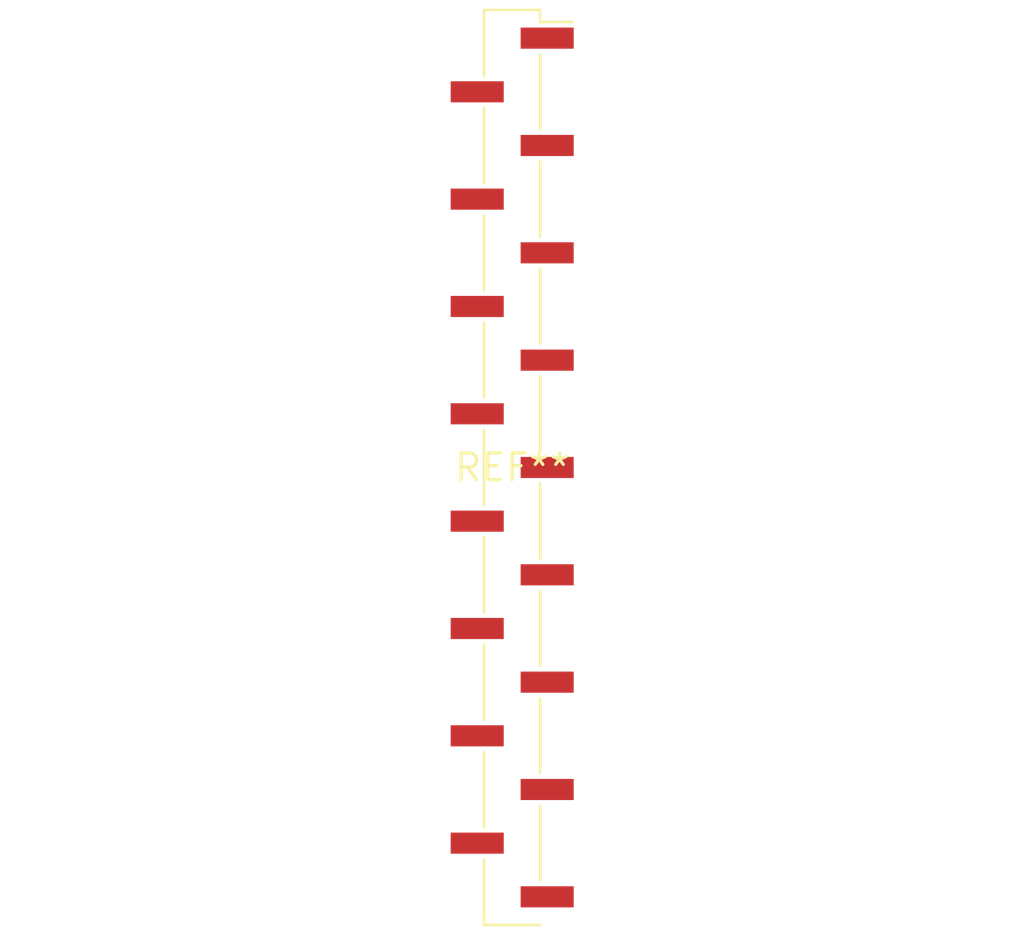
<source format=kicad_pcb>
(kicad_pcb (version 20240108) (generator pcbnew)
  (layers (0 "F.Cu" signal) (31 "B.Cu" signal) (34 "B.Paste" user) (35 "F.Paste" user) (36 "B.SilkS" user "B.Silkscreen") (37 "F.SilkS" user "F.Silkscreen") (38 "B.Mask" user) (39 "F.Mask" user) (44 "Edge.Cuts" user))
  (net 0 "")
  (footprint "PinHeader_1x17_P2.54mm_Vertical_SMD_Pin1Right" (layer "F.Cu") (at 0 0)
    (property "Reference" "REF**")
    (property "Value" "PinHeader_1x17_P2.54mm_Vertical_SMD_Pin1Right")
    (fp_line (start -1.33 -21.65) (end -1.33 -18.54) (layer "F.SilkS") (stroke (width 0.12)))
    (fp_line (start -1.33 -21.65) (end 1.33 -21.65) (layer "F.SilkS") (stroke (width 0.12)))
    (fp_line (start -1.33 -17.02) (end -1.33 -13.46) (layer "F.SilkS") (stroke (width 0.12)))
    (fp_line (start -1.33 -11.94) (end -1.33 -8.38) (layer "F.SilkS") (stroke (width 0.12)))
    (fp_line (start -1.33 -6.86) (end -1.33 -3.3) (layer "F.SilkS") (stroke (width 0.12)))
    (fp_line (start -1.33 -1.78) (end -1.33 1.78) (layer "F.SilkS") (stroke (width 0.12)))
    (fp_line (start -1.33 3.3) (end -1.33 6.86) (layer "F.SilkS") (stroke (width 0.12)))
    (fp_line (start -1.33 8.38) (end -1.33 11.94) (layer "F.SilkS") (stroke (width 0.12)))
    (fp_line (start -1.33 13.46) (end -1.33 17.02) (layer "F.SilkS") (stroke (width 0.12)))
    (fp_line (start -1.33 18.54) (end -1.33 21.65) (layer "F.SilkS") (stroke (width 0.12)))
    (fp_line (start -1.33 21.08) (end -1.33 21.65) (layer "F.SilkS") (stroke (width 0.12)))
    (fp_line (start -1.33 21.65) (end 1.33 21.65) (layer "F.SilkS") (stroke (width 0.12)))
    (fp_line (start 1.33 -21.65) (end 1.33 -21.08) (layer "F.SilkS") (stroke (width 0.12)))
    (fp_line (start 1.33 -21.08) (end 2.85 -21.08) (layer "F.SilkS") (stroke (width 0.12)))
    (fp_line (start 1.33 -19.56) (end 1.33 -16) (layer "F.SilkS") (stroke (width 0.12)))
    (fp_line (start 1.33 -14.48) (end 1.33 -10.92) (layer "F.SilkS") (stroke (width 0.12)))
    (fp_line (start 1.33 -9.4) (end 1.33 -5.84) (layer "F.SilkS") (stroke (width 0.12)))
    (fp_line (start 1.33 -4.32) (end 1.33 -0.76) (layer "F.SilkS") (stroke (width 0.12)))
    (fp_line (start 1.33 0.76) (end 1.33 4.32) (layer "F.SilkS") (stroke (width 0.12)))
    (fp_line (start 1.33 5.84) (end 1.33 9.4) (layer "F.SilkS") (stroke (width 0.12)))
    (fp_line (start 1.33 10.92) (end 1.33 14.48) (layer "F.SilkS") (stroke (width 0.12)))
    (fp_line (start 1.33 16) (end 1.33 19.56) (layer "F.SilkS") (stroke (width 0.12)))
    (pad "1" smd rect (at 1.655 -20.32) (size 2.51 1) (layers "F.Cu" "F.Paste" "F.Mask"))
    (pad "2" smd rect (at -1.655 -17.78) (size 2.51 1) (layers "F.Cu" "F.Paste" "F.Mask"))
    (pad "3" smd rect (at 1.655 -15.24) (size 2.51 1) (layers "F.Cu" "F.Paste" "F.Mask"))
    (pad "4" smd rect (at -1.655 -12.7) (size 2.51 1) (layers "F.Cu" "F.Paste" "F.Mask"))
    (pad "5" smd rect (at 1.655 -10.16) (size 2.51 1) (layers "F.Cu" "F.Paste" "F.Mask"))
    (pad "6" smd rect (at -1.655 -7.62) (size 2.51 1) (layers "F.Cu" "F.Paste" "F.Mask"))
    (pad "7" smd rect (at 1.655 -5.08) (size 2.51 1) (layers "F.Cu" "F.Paste" "F.Mask"))
    (pad "8" smd rect (at -1.655 -2.54) (size 2.51 1) (layers "F.Cu" "F.Paste" "F.Mask"))
    (pad "9" smd rect (at 1.655 0) (size 2.51 1) (layers "F.Cu" "F.Paste" "F.Mask"))
    (pad "10" smd rect (at -1.655 2.54) (size 2.51 1) (layers "F.Cu" "F.Paste" "F.Mask"))
    (pad "11" smd rect (at 1.655 5.08) (size 2.51 1) (layers "F.Cu" "F.Paste" "F.Mask"))
    (pad "12" smd rect (at -1.655 7.62) (size 2.51 1) (layers "F.Cu" "F.Paste" "F.Mask"))
    (pad "13" smd rect (at 1.655 10.16) (size 2.51 1) (layers "F.Cu" "F.Paste" "F.Mask"))
    (pad "14" smd rect (at -1.655 12.7) (size 2.51 1) (layers "F.Cu" "F.Paste" "F.Mask"))
    (pad "15" smd rect (at 1.655 15.24) (size 2.51 1) (layers "F.Cu" "F.Paste" "F.Mask"))
    (pad "16" smd rect (at -1.655 17.78) (size 2.51 1) (layers "F.Cu" "F.Paste" "F.Mask"))
    (pad "17" smd rect (at 1.655 20.32) (size 2.51 1) (layers "F.Cu" "F.Paste" "F.Mask"))
  )
)
</source>
